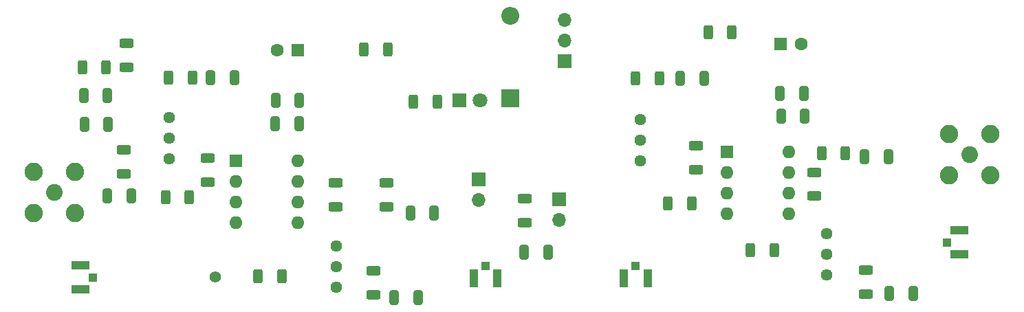
<source format=gbr>
%TF.GenerationSoftware,KiCad,Pcbnew,(6.0.7)*%
%TF.CreationDate,2023-01-05T20:50:53-05:00*%
%TF.ProjectId,Phoenix612_Stage_1_PA_Testing_v1,50686f65-6e69-4783-9631-325f53746167,rev?*%
%TF.SameCoordinates,Original*%
%TF.FileFunction,Soldermask,Top*%
%TF.FilePolarity,Negative*%
%FSLAX46Y46*%
G04 Gerber Fmt 4.6, Leading zero omitted, Abs format (unit mm)*
G04 Created by KiCad (PCBNEW (6.0.7)) date 2023-01-05 20:50:53*
%MOMM*%
%LPD*%
G01*
G04 APERTURE LIST*
G04 Aperture macros list*
%AMRoundRect*
0 Rectangle with rounded corners*
0 $1 Rounding radius*
0 $2 $3 $4 $5 $6 $7 $8 $9 X,Y pos of 4 corners*
0 Add a 4 corners polygon primitive as box body*
4,1,4,$2,$3,$4,$5,$6,$7,$8,$9,$2,$3,0*
0 Add four circle primitives for the rounded corners*
1,1,$1+$1,$2,$3*
1,1,$1+$1,$4,$5*
1,1,$1+$1,$6,$7*
1,1,$1+$1,$8,$9*
0 Add four rect primitives between the rounded corners*
20,1,$1+$1,$2,$3,$4,$5,0*
20,1,$1+$1,$4,$5,$6,$7,0*
20,1,$1+$1,$6,$7,$8,$9,0*
20,1,$1+$1,$8,$9,$2,$3,0*%
G04 Aperture macros list end*
%ADD10RoundRect,0.250000X0.625000X-0.312500X0.625000X0.312500X-0.625000X0.312500X-0.625000X-0.312500X0*%
%ADD11R,2.200000X2.200000*%
%ADD12O,2.200000X2.200000*%
%ADD13RoundRect,0.250000X0.325000X0.650000X-0.325000X0.650000X-0.325000X-0.650000X0.325000X-0.650000X0*%
%ADD14R,1.000000X1.050000*%
%ADD15R,1.050000X2.200000*%
%ADD16C,1.400000*%
%ADD17R,1.050000X1.000000*%
%ADD18R,2.200000X1.050000*%
%ADD19R,1.700000X1.700000*%
%ADD20O,1.700000X1.700000*%
%ADD21R,1.600000X1.600000*%
%ADD22O,1.600000X1.600000*%
%ADD23RoundRect,0.250000X-0.325000X-0.650000X0.325000X-0.650000X0.325000X0.650000X-0.325000X0.650000X0*%
%ADD24C,1.440000*%
%ADD25RoundRect,0.250000X-0.625000X0.312500X-0.625000X-0.312500X0.625000X-0.312500X0.625000X0.312500X0*%
%ADD26RoundRect,0.250000X-0.312500X-0.625000X0.312500X-0.625000X0.312500X0.625000X-0.312500X0.625000X0*%
%ADD27RoundRect,0.250000X0.312500X0.625000X-0.312500X0.625000X-0.312500X-0.625000X0.312500X-0.625000X0*%
%ADD28C,1.600000*%
%ADD29C,2.050000*%
%ADD30C,2.250000*%
%ADD31R,1.800000X1.800000*%
%ADD32C,1.800000*%
G04 APERTURE END LIST*
D10*
%TO.C,R8*%
X42354500Y-43740800D03*
X42354500Y-40815800D03*
%TD*%
D11*
%TO.C,D1*%
X79616300Y-33464500D03*
D12*
X79616300Y-23304500D03*
%TD*%
D13*
%TO.C,C4*%
X53633900Y-36563300D03*
X50683900Y-36563300D03*
%TD*%
D10*
%TO.C,R14*%
X102527100Y-42216800D03*
X102527100Y-39291800D03*
%TD*%
D14*
%TO.C,U6*%
X95084900Y-54088300D03*
D15*
X93609900Y-55613300D03*
X96559900Y-55613300D03*
%TD*%
D16*
%TO.C,TP1*%
X43345100Y-55435500D03*
%TD*%
D17*
%TO.C,U3*%
X28232100Y-55511700D03*
D18*
X26707100Y-54036700D03*
X26707100Y-56986700D03*
%TD*%
D19*
%TO.C,J3*%
X85661500Y-45905500D03*
D20*
X85661500Y-48445500D03*
%TD*%
D21*
%TO.C,U1*%
X45844300Y-41145300D03*
D22*
X45844300Y-43685300D03*
X45844300Y-46225300D03*
X45844300Y-48765300D03*
X53464300Y-48765300D03*
X53464300Y-46225300D03*
X53464300Y-43685300D03*
X53464300Y-41145300D03*
%TD*%
D23*
%TO.C,C12*%
X65365100Y-57950100D03*
X68315100Y-57950100D03*
%TD*%
D19*
%TO.C,J2*%
X75730100Y-43390900D03*
D20*
X75730100Y-45930900D03*
%TD*%
D23*
%TO.C,C7*%
X112837700Y-32804100D03*
X115787700Y-32804100D03*
%TD*%
%TO.C,C14*%
X126299700Y-57492900D03*
X129249700Y-57492900D03*
%TD*%
D24*
%TO.C,RV3*%
X95643700Y-41170700D03*
X95643700Y-38630700D03*
X95643700Y-36090700D03*
%TD*%
D25*
%TO.C,R10*%
X62776100Y-54724300D03*
X62776100Y-57649300D03*
%TD*%
%TO.C,R16*%
X123380500Y-54633400D03*
X123380500Y-57558400D03*
%TD*%
D26*
%TO.C,R15*%
X109192600Y-52133500D03*
X112117600Y-52133500D03*
%TD*%
%TO.C,R9*%
X48602900Y-55359300D03*
X51527900Y-55359300D03*
%TD*%
D23*
%TO.C,C15*%
X67320900Y-47586900D03*
X70270900Y-47586900D03*
%TD*%
%TO.C,C1*%
X123253500Y-40601900D03*
X126203500Y-40601900D03*
%TD*%
D27*
%TO.C,R5*%
X29872400Y-29654500D03*
X26947400Y-29654500D03*
%TD*%
D13*
%TO.C,C16*%
X84291700Y-52362100D03*
X81341700Y-52362100D03*
%TD*%
D23*
%TO.C,C8*%
X42708300Y-30873700D03*
X45658300Y-30873700D03*
%TD*%
D24*
%TO.C,RV2*%
X58204100Y-51625500D03*
X58204100Y-54165500D03*
X58204100Y-56705500D03*
%TD*%
D13*
%TO.C,C11*%
X30062700Y-33083500D03*
X27112700Y-33083500D03*
%TD*%
%TO.C,C5*%
X30138900Y-36664900D03*
X27188900Y-36664900D03*
%TD*%
D10*
%TO.C,R7*%
X32016700Y-42724800D03*
X32016700Y-39799800D03*
%TD*%
D23*
%TO.C,C6*%
X30033700Y-45453300D03*
X32983700Y-45453300D03*
%TD*%
D26*
%TO.C,R3*%
X37183600Y-45605700D03*
X40108600Y-45605700D03*
%TD*%
D14*
%TO.C,U4*%
X76591900Y-54088300D03*
D15*
X75116900Y-55613300D03*
X78066900Y-55613300D03*
%TD*%
D24*
%TO.C,RV1*%
X37655500Y-40881300D03*
X37655500Y-38341300D03*
X37655500Y-35801300D03*
%TD*%
D25*
%TO.C,R20*%
X64376300Y-43889200D03*
X64376300Y-46814200D03*
%TD*%
D26*
%TO.C,R2*%
X104011000Y-25336500D03*
X106936000Y-25336500D03*
%TD*%
D13*
%TO.C,C2*%
X53684700Y-33718500D03*
X50734700Y-33718500D03*
%TD*%
D26*
%TO.C,R18*%
X117955600Y-40195500D03*
X120880600Y-40195500D03*
%TD*%
D25*
%TO.C,R11*%
X58127900Y-43863800D03*
X58127900Y-46788800D03*
%TD*%
D21*
%TO.C,C9*%
X112931449Y-26758900D03*
D28*
X115431449Y-26758900D03*
%TD*%
D25*
%TO.C,R4*%
X32423100Y-26693400D03*
X32423100Y-29618400D03*
%TD*%
D27*
%TO.C,R19*%
X70664800Y-33845500D03*
X67739800Y-33845500D03*
%TD*%
D19*
%TO.C,J4*%
X86296500Y-28841700D03*
D20*
X86296500Y-26301700D03*
X86296500Y-23761700D03*
%TD*%
D24*
%TO.C,RV4*%
X118554500Y-50126900D03*
X118554500Y-52666900D03*
X118554500Y-55206900D03*
%TD*%
D29*
%TO.C,J1*%
X23482300Y-44996100D03*
D30*
X26022300Y-42456100D03*
X20942300Y-42456100D03*
X20942300Y-47536100D03*
X26022300Y-47536100D03*
%TD*%
D27*
%TO.C,R1*%
X64532700Y-27444700D03*
X61607700Y-27444700D03*
%TD*%
D31*
%TO.C,D2*%
X73337500Y-33718500D03*
D32*
X75877500Y-33718500D03*
%TD*%
D17*
%TO.C,U5*%
X133412500Y-51193700D03*
D18*
X134937500Y-52668700D03*
X134937500Y-49718700D03*
%TD*%
D23*
%TO.C,C13*%
X100544100Y-30975300D03*
X103494100Y-30975300D03*
%TD*%
D26*
%TO.C,R6*%
X37564600Y-30873700D03*
X40489600Y-30873700D03*
%TD*%
%TO.C,R13*%
X95044800Y-30975300D03*
X97969800Y-30975300D03*
%TD*%
D25*
%TO.C,R17*%
X117081300Y-42568400D03*
X117081300Y-45493400D03*
%TD*%
D29*
%TO.C,J5*%
X136232900Y-40347900D03*
D30*
X133692900Y-37807900D03*
X133692900Y-42887900D03*
X138772900Y-37807900D03*
X138772900Y-42887900D03*
%TD*%
D25*
%TO.C,R21*%
X81394300Y-45794200D03*
X81394300Y-48719200D03*
%TD*%
D23*
%TO.C,C10*%
X112964700Y-35598100D03*
X115914700Y-35598100D03*
%TD*%
D21*
%TO.C,U2*%
X106296300Y-40027700D03*
D22*
X106296300Y-42567700D03*
X106296300Y-45107700D03*
X106296300Y-47647700D03*
X113916300Y-47647700D03*
X113916300Y-45107700D03*
X113916300Y-42567700D03*
X113916300Y-40027700D03*
%TD*%
D21*
%TO.C,C3*%
X53463951Y-27520900D03*
D28*
X50963951Y-27520900D03*
%TD*%
D26*
%TO.C,R12*%
X99058000Y-46367700D03*
X101983000Y-46367700D03*
%TD*%
M02*

</source>
